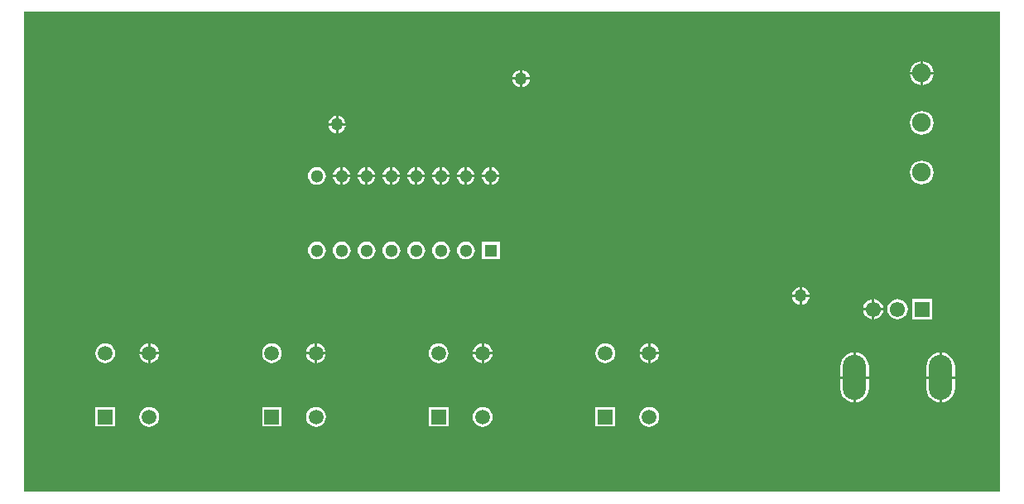
<source format=gbl>
G04*
G04 #@! TF.GenerationSoftware,Altium Limited,Altium Designer,20.1.12 (249)*
G04*
G04 Layer_Physical_Order=2*
G04 Layer_Color=16711680*
%FSLAX25Y25*%
%MOIN*%
G70*
G04*
G04 #@! TF.SameCoordinates,7D01FC5B-E23C-4C92-B969-1582809840FB*
G04*
G04*
G04 #@! TF.FilePolarity,Positive*
G04*
G01*
G75*
%ADD23C,0.06102*%
%ADD24R,0.06102X0.06102*%
G04:AMPARAMS|DCode=25|XSize=94.49mil|YSize=181.1mil|CornerRadius=47.24mil|HoleSize=0mil|Usage=FLASHONLY|Rotation=180.000|XOffset=0mil|YOffset=0mil|HoleType=Round|Shape=RoundedRectangle|*
%AMROUNDEDRECTD25*
21,1,0.09449,0.08661,0,0,180.0*
21,1,0.00000,0.18110,0,0,180.0*
1,1,0.09449,0.00000,0.04331*
1,1,0.09449,0.00000,0.04331*
1,1,0.09449,0.00000,-0.04331*
1,1,0.09449,0.00000,-0.04331*
%
%ADD25ROUNDEDRECTD25*%
%ADD29C,0.05118*%
%ADD30R,0.05118X0.05118*%
%ADD34C,0.07480*%
%ADD35R,0.05906X0.05906*%
%ADD36C,0.05906*%
%ADD37C,0.05000*%
G36*
X495300Y102800D02*
X102400D01*
Y296300D01*
X495300D01*
Y102800D01*
D02*
G37*
%LPC*%
G36*
X464200Y276215D02*
Y272000D01*
X468415D01*
X468318Y272737D01*
X467840Y273890D01*
X467081Y274881D01*
X466090Y275641D01*
X464937Y276118D01*
X464200Y276215D01*
D02*
G37*
G36*
X463200D02*
X462463Y276118D01*
X461309Y275641D01*
X460319Y274881D01*
X459559Y273890D01*
X459082Y272737D01*
X458985Y272000D01*
X463200D01*
Y276215D01*
D02*
G37*
G36*
X302900Y272764D02*
Y269800D01*
X305864D01*
X305810Y270214D01*
X305457Y271065D01*
X304896Y271796D01*
X304165Y272357D01*
X303314Y272710D01*
X302900Y272764D01*
D02*
G37*
G36*
X301900D02*
X301486Y272710D01*
X300635Y272357D01*
X299904Y271796D01*
X299343Y271065D01*
X298990Y270214D01*
X298936Y269800D01*
X301900D01*
Y272764D01*
D02*
G37*
G36*
X468415Y271000D02*
X464200D01*
Y266785D01*
X464937Y266882D01*
X466090Y267359D01*
X467081Y268119D01*
X467840Y269110D01*
X468318Y270263D01*
X468415Y271000D01*
D02*
G37*
G36*
X463200D02*
X458985D01*
X459082Y270263D01*
X459559Y269110D01*
X460319Y268119D01*
X461309Y267359D01*
X462463Y266882D01*
X463200Y266785D01*
Y271000D01*
D02*
G37*
G36*
X305864Y268800D02*
X302900D01*
Y265836D01*
X303314Y265890D01*
X304165Y266243D01*
X304896Y266804D01*
X305457Y267535D01*
X305810Y268386D01*
X305864Y268800D01*
D02*
G37*
G36*
X301900D02*
X298936D01*
X298990Y268386D01*
X299343Y267535D01*
X299904Y266804D01*
X300635Y266243D01*
X301486Y265890D01*
X301900Y265836D01*
Y268800D01*
D02*
G37*
G36*
X228800Y254264D02*
Y251300D01*
X231764D01*
X231710Y251714D01*
X231357Y252565D01*
X230796Y253296D01*
X230065Y253857D01*
X229214Y254210D01*
X228800Y254264D01*
D02*
G37*
G36*
X227800D02*
X227386Y254210D01*
X226535Y253857D01*
X225804Y253296D01*
X225243Y252565D01*
X224890Y251714D01*
X224836Y251300D01*
X227800D01*
Y254264D01*
D02*
G37*
G36*
X231764Y250300D02*
X228800D01*
Y247336D01*
X229214Y247390D01*
X230065Y247743D01*
X230796Y248304D01*
X231357Y249035D01*
X231710Y249886D01*
X231764Y250300D01*
D02*
G37*
G36*
X227800D02*
X224836D01*
X224890Y249886D01*
X225243Y249035D01*
X225804Y248304D01*
X226535Y247743D01*
X227386Y247390D01*
X227800Y247336D01*
Y250300D01*
D02*
G37*
G36*
X463700Y256281D02*
X462463Y256118D01*
X461309Y255641D01*
X460319Y254881D01*
X459559Y253890D01*
X459082Y252737D01*
X458919Y251500D01*
X459082Y250263D01*
X459559Y249110D01*
X460319Y248119D01*
X461309Y247359D01*
X462463Y246882D01*
X463700Y246719D01*
X464937Y246882D01*
X466090Y247359D01*
X467081Y248119D01*
X467840Y249110D01*
X468318Y250263D01*
X468481Y251500D01*
X468318Y252737D01*
X467840Y253890D01*
X467081Y254881D01*
X466090Y255641D01*
X464937Y256118D01*
X463700Y256281D01*
D02*
G37*
G36*
X260700Y233624D02*
Y230600D01*
X263724D01*
X263667Y231029D01*
X263309Y231895D01*
X262738Y232638D01*
X261995Y233209D01*
X261129Y233567D01*
X260700Y233624D01*
D02*
G37*
G36*
X280700D02*
Y230600D01*
X283724D01*
X283667Y231029D01*
X283309Y231895D01*
X282738Y232638D01*
X281995Y233209D01*
X281129Y233567D01*
X280700Y233624D01*
D02*
G37*
G36*
X270700D02*
Y230600D01*
X273724D01*
X273667Y231029D01*
X273309Y231895D01*
X272738Y232638D01*
X271995Y233209D01*
X271129Y233567D01*
X270700Y233624D01*
D02*
G37*
G36*
X250700D02*
Y230600D01*
X253724D01*
X253667Y231029D01*
X253309Y231895D01*
X252738Y232638D01*
X251995Y233209D01*
X251129Y233567D01*
X250700Y233624D01*
D02*
G37*
G36*
X230700D02*
Y230600D01*
X233724D01*
X233667Y231029D01*
X233309Y231895D01*
X232738Y232638D01*
X231995Y233209D01*
X231129Y233567D01*
X230700Y233624D01*
D02*
G37*
G36*
X290700D02*
Y230600D01*
X293724D01*
X293667Y231029D01*
X293309Y231895D01*
X292738Y232638D01*
X291995Y233209D01*
X291129Y233567D01*
X290700Y233624D01*
D02*
G37*
G36*
X240700D02*
Y230600D01*
X243724D01*
X243667Y231029D01*
X243309Y231895D01*
X242738Y232638D01*
X241995Y233209D01*
X241129Y233567D01*
X240700Y233624D01*
D02*
G37*
G36*
X259700D02*
X259271Y233567D01*
X258405Y233209D01*
X257662Y232638D01*
X257091Y231895D01*
X256733Y231029D01*
X256676Y230600D01*
X259700D01*
Y233624D01*
D02*
G37*
G36*
X269700D02*
X269271Y233567D01*
X268405Y233209D01*
X267662Y232638D01*
X267091Y231895D01*
X266733Y231029D01*
X266676Y230600D01*
X269700D01*
Y233624D01*
D02*
G37*
G36*
X249700D02*
X249271Y233567D01*
X248405Y233209D01*
X247662Y232638D01*
X247091Y231895D01*
X246733Y231029D01*
X246676Y230600D01*
X249700D01*
Y233624D01*
D02*
G37*
G36*
X279700D02*
X279271Y233567D01*
X278405Y233209D01*
X277662Y232638D01*
X277091Y231895D01*
X276733Y231029D01*
X276676Y230600D01*
X279700D01*
Y233624D01*
D02*
G37*
G36*
X229700D02*
X229271Y233567D01*
X228405Y233209D01*
X227662Y232638D01*
X227091Y231895D01*
X226733Y231029D01*
X226676Y230600D01*
X229700D01*
Y233624D01*
D02*
G37*
G36*
X289700D02*
X289271Y233567D01*
X288405Y233209D01*
X287662Y232638D01*
X287091Y231895D01*
X286733Y231029D01*
X286676Y230600D01*
X289700D01*
Y233624D01*
D02*
G37*
G36*
X239700D02*
X239271Y233567D01*
X238405Y233209D01*
X237662Y232638D01*
X237091Y231895D01*
X236733Y231029D01*
X236676Y230600D01*
X239700D01*
Y233624D01*
D02*
G37*
G36*
X463700Y236281D02*
X462463Y236118D01*
X461309Y235641D01*
X460319Y234881D01*
X459559Y233891D01*
X459082Y232737D01*
X458919Y231500D01*
X459082Y230263D01*
X459559Y229110D01*
X460319Y228119D01*
X461309Y227360D01*
X462463Y226882D01*
X463700Y226719D01*
X464937Y226882D01*
X466090Y227360D01*
X467081Y228119D01*
X467840Y229110D01*
X468318Y230263D01*
X468481Y231500D01*
X468318Y232737D01*
X467840Y233891D01*
X467081Y234881D01*
X466090Y235641D01*
X464937Y236118D01*
X463700Y236281D01*
D02*
G37*
G36*
X293724Y229600D02*
X290700D01*
Y226576D01*
X291129Y226633D01*
X291995Y226991D01*
X292738Y227562D01*
X293309Y228305D01*
X293667Y229171D01*
X293724Y229600D01*
D02*
G37*
G36*
X283724D02*
X280700D01*
Y226576D01*
X281129Y226633D01*
X281995Y226991D01*
X282738Y227562D01*
X283309Y228305D01*
X283667Y229171D01*
X283724Y229600D01*
D02*
G37*
G36*
X273724D02*
X270700D01*
Y226576D01*
X271129Y226633D01*
X271995Y226991D01*
X272738Y227562D01*
X273309Y228305D01*
X273667Y229171D01*
X273724Y229600D01*
D02*
G37*
G36*
X263724D02*
X260700D01*
Y226576D01*
X261129Y226633D01*
X261995Y226991D01*
X262738Y227562D01*
X263309Y228305D01*
X263667Y229171D01*
X263724Y229600D01*
D02*
G37*
G36*
X253724D02*
X250700D01*
Y226576D01*
X251129Y226633D01*
X251995Y226991D01*
X252738Y227562D01*
X253309Y228305D01*
X253667Y229171D01*
X253724Y229600D01*
D02*
G37*
G36*
X243724D02*
X240700D01*
Y226576D01*
X241129Y226633D01*
X241995Y226991D01*
X242738Y227562D01*
X243309Y228305D01*
X243667Y229171D01*
X243724Y229600D01*
D02*
G37*
G36*
X233724D02*
X230700D01*
Y226576D01*
X231129Y226633D01*
X231995Y226991D01*
X232738Y227562D01*
X233309Y228305D01*
X233667Y229171D01*
X233724Y229600D01*
D02*
G37*
G36*
X289700D02*
X286676D01*
X286733Y229171D01*
X287091Y228305D01*
X287662Y227562D01*
X288405Y226991D01*
X289271Y226633D01*
X289700Y226576D01*
Y229600D01*
D02*
G37*
G36*
X279700D02*
X276676D01*
X276733Y229171D01*
X277091Y228305D01*
X277662Y227562D01*
X278405Y226991D01*
X279271Y226633D01*
X279700Y226576D01*
Y229600D01*
D02*
G37*
G36*
X269700D02*
X266676D01*
X266733Y229171D01*
X267091Y228305D01*
X267662Y227562D01*
X268405Y226991D01*
X269271Y226633D01*
X269700Y226576D01*
Y229600D01*
D02*
G37*
G36*
X259700D02*
X256676D01*
X256733Y229171D01*
X257091Y228305D01*
X257662Y227562D01*
X258405Y226991D01*
X259271Y226633D01*
X259700Y226576D01*
Y229600D01*
D02*
G37*
G36*
X249700D02*
X246676D01*
X246733Y229171D01*
X247091Y228305D01*
X247662Y227562D01*
X248405Y226991D01*
X249271Y226633D01*
X249700Y226576D01*
Y229600D01*
D02*
G37*
G36*
X239700D02*
X236676D01*
X236733Y229171D01*
X237091Y228305D01*
X237662Y227562D01*
X238405Y226991D01*
X239271Y226633D01*
X239700Y226576D01*
Y229600D01*
D02*
G37*
G36*
X229700D02*
X226676D01*
X226733Y229171D01*
X227091Y228305D01*
X227662Y227562D01*
X228405Y226991D01*
X229271Y226633D01*
X229700Y226576D01*
Y229600D01*
D02*
G37*
G36*
X220200Y233690D02*
X219271Y233567D01*
X218405Y233209D01*
X217662Y232638D01*
X217091Y231895D01*
X216733Y231029D01*
X216610Y230100D01*
X216733Y229171D01*
X217091Y228305D01*
X217662Y227562D01*
X218405Y226991D01*
X219271Y226633D01*
X220200Y226510D01*
X221129Y226633D01*
X221995Y226991D01*
X222738Y227562D01*
X223309Y228305D01*
X223667Y229171D01*
X223790Y230100D01*
X223667Y231029D01*
X223309Y231895D01*
X222738Y232638D01*
X221995Y233209D01*
X221129Y233567D01*
X220200Y233690D01*
D02*
G37*
G36*
X293759Y203659D02*
X286641D01*
Y196541D01*
X293759D01*
Y203659D01*
D02*
G37*
G36*
X280200Y203690D02*
X279271Y203567D01*
X278405Y203209D01*
X277662Y202638D01*
X277091Y201895D01*
X276733Y201029D01*
X276610Y200100D01*
X276733Y199171D01*
X277091Y198305D01*
X277662Y197562D01*
X278405Y196991D01*
X279271Y196633D01*
X280200Y196510D01*
X281129Y196633D01*
X281995Y196991D01*
X282738Y197562D01*
X283309Y198305D01*
X283667Y199171D01*
X283790Y200100D01*
X283667Y201029D01*
X283309Y201895D01*
X282738Y202638D01*
X281995Y203209D01*
X281129Y203567D01*
X280200Y203690D01*
D02*
G37*
G36*
X270200D02*
X269271Y203567D01*
X268405Y203209D01*
X267662Y202638D01*
X267091Y201895D01*
X266733Y201029D01*
X266610Y200100D01*
X266733Y199171D01*
X267091Y198305D01*
X267662Y197562D01*
X268405Y196991D01*
X269271Y196633D01*
X270200Y196510D01*
X271129Y196633D01*
X271995Y196991D01*
X272738Y197562D01*
X273309Y198305D01*
X273667Y199171D01*
X273790Y200100D01*
X273667Y201029D01*
X273309Y201895D01*
X272738Y202638D01*
X271995Y203209D01*
X271129Y203567D01*
X270200Y203690D01*
D02*
G37*
G36*
X260200D02*
X259271Y203567D01*
X258405Y203209D01*
X257662Y202638D01*
X257091Y201895D01*
X256733Y201029D01*
X256610Y200100D01*
X256733Y199171D01*
X257091Y198305D01*
X257662Y197562D01*
X258405Y196991D01*
X259271Y196633D01*
X260200Y196510D01*
X261129Y196633D01*
X261995Y196991D01*
X262738Y197562D01*
X263309Y198305D01*
X263667Y199171D01*
X263790Y200100D01*
X263667Y201029D01*
X263309Y201895D01*
X262738Y202638D01*
X261995Y203209D01*
X261129Y203567D01*
X260200Y203690D01*
D02*
G37*
G36*
X250200D02*
X249271Y203567D01*
X248405Y203209D01*
X247662Y202638D01*
X247091Y201895D01*
X246733Y201029D01*
X246610Y200100D01*
X246733Y199171D01*
X247091Y198305D01*
X247662Y197562D01*
X248405Y196991D01*
X249271Y196633D01*
X250200Y196510D01*
X251129Y196633D01*
X251995Y196991D01*
X252738Y197562D01*
X253309Y198305D01*
X253667Y199171D01*
X253790Y200100D01*
X253667Y201029D01*
X253309Y201895D01*
X252738Y202638D01*
X251995Y203209D01*
X251129Y203567D01*
X250200Y203690D01*
D02*
G37*
G36*
X240200D02*
X239271Y203567D01*
X238405Y203209D01*
X237662Y202638D01*
X237091Y201895D01*
X236733Y201029D01*
X236610Y200100D01*
X236733Y199171D01*
X237091Y198305D01*
X237662Y197562D01*
X238405Y196991D01*
X239271Y196633D01*
X240200Y196510D01*
X241129Y196633D01*
X241995Y196991D01*
X242738Y197562D01*
X243309Y198305D01*
X243667Y199171D01*
X243790Y200100D01*
X243667Y201029D01*
X243309Y201895D01*
X242738Y202638D01*
X241995Y203209D01*
X241129Y203567D01*
X240200Y203690D01*
D02*
G37*
G36*
X230200D02*
X229271Y203567D01*
X228405Y203209D01*
X227662Y202638D01*
X227091Y201895D01*
X226733Y201029D01*
X226610Y200100D01*
X226733Y199171D01*
X227091Y198305D01*
X227662Y197562D01*
X228405Y196991D01*
X229271Y196633D01*
X230200Y196510D01*
X231129Y196633D01*
X231995Y196991D01*
X232738Y197562D01*
X233309Y198305D01*
X233667Y199171D01*
X233790Y200100D01*
X233667Y201029D01*
X233309Y201895D01*
X232738Y202638D01*
X231995Y203209D01*
X231129Y203567D01*
X230200Y203690D01*
D02*
G37*
G36*
X220200D02*
X219271Y203567D01*
X218405Y203209D01*
X217662Y202638D01*
X217091Y201895D01*
X216733Y201029D01*
X216610Y200100D01*
X216733Y199171D01*
X217091Y198305D01*
X217662Y197562D01*
X218405Y196991D01*
X219271Y196633D01*
X220200Y196510D01*
X221129Y196633D01*
X221995Y196991D01*
X222738Y197562D01*
X223309Y198305D01*
X223667Y199171D01*
X223790Y200100D01*
X223667Y201029D01*
X223309Y201895D01*
X222738Y202638D01*
X221995Y203209D01*
X221129Y203567D01*
X220200Y203690D01*
D02*
G37*
G36*
X415500Y185308D02*
Y182344D01*
X418464D01*
X418410Y182758D01*
X418057Y183609D01*
X417496Y184340D01*
X416765Y184901D01*
X415914Y185254D01*
X415500Y185308D01*
D02*
G37*
G36*
X414500D02*
X414086Y185254D01*
X413235Y184901D01*
X412504Y184340D01*
X411943Y183609D01*
X411590Y182758D01*
X411536Y182344D01*
X414500D01*
Y185308D01*
D02*
G37*
G36*
X418464Y181344D02*
X415500D01*
Y178380D01*
X415914Y178434D01*
X416765Y178787D01*
X417496Y179348D01*
X418057Y180079D01*
X418410Y180930D01*
X418464Y181344D01*
D02*
G37*
G36*
X414500D02*
X411536D01*
X411590Y180930D01*
X411943Y180079D01*
X412504Y179348D01*
X413235Y178787D01*
X414086Y178434D01*
X414500Y178380D01*
Y181344D01*
D02*
G37*
G36*
X444657Y180479D02*
Y176959D01*
X448178D01*
X448104Y177517D01*
X447696Y178502D01*
X447047Y179348D01*
X446201Y179998D01*
X445215Y180406D01*
X444657Y180479D01*
D02*
G37*
G36*
X443657D02*
X443100Y180406D01*
X442114Y179998D01*
X441268Y179348D01*
X440619Y178502D01*
X440210Y177517D01*
X440137Y176959D01*
X443657D01*
Y180479D01*
D02*
G37*
G36*
X448178Y175959D02*
X444657D01*
Y172439D01*
X445215Y172512D01*
X446201Y172920D01*
X447047Y173570D01*
X447696Y174416D01*
X448104Y175401D01*
X448178Y175959D01*
D02*
G37*
G36*
X443657D02*
X440137D01*
X440210Y175401D01*
X440619Y174416D01*
X441268Y173570D01*
X442114Y172920D01*
X443100Y172512D01*
X443657Y172439D01*
Y175959D01*
D02*
G37*
G36*
X467894Y180510D02*
X459791D01*
Y172408D01*
X467894D01*
Y180510D01*
D02*
G37*
G36*
X454000Y180545D02*
X452942Y180406D01*
X451957Y179998D01*
X451111Y179348D01*
X450461Y178502D01*
X450053Y177517D01*
X449914Y176459D01*
X450053Y175401D01*
X450461Y174416D01*
X451111Y173570D01*
X451957Y172920D01*
X452942Y172512D01*
X454000Y172373D01*
X455058Y172512D01*
X456043Y172920D01*
X456889Y173570D01*
X457539Y174416D01*
X457947Y175401D01*
X458086Y176459D01*
X457947Y177517D01*
X457539Y178502D01*
X456889Y179348D01*
X456043Y179998D01*
X455058Y180406D01*
X454000Y180545D01*
D02*
G37*
G36*
X354558Y162616D02*
Y159195D01*
X357979D01*
X357909Y159727D01*
X357511Y160689D01*
X356877Y161514D01*
X356052Y162148D01*
X355090Y162546D01*
X354558Y162616D01*
D02*
G37*
G36*
X287425D02*
Y159195D01*
X290846D01*
X290776Y159727D01*
X290378Y160689D01*
X289744Y161514D01*
X288918Y162148D01*
X287957Y162546D01*
X287425Y162616D01*
D02*
G37*
G36*
X220292D02*
Y159195D01*
X223713D01*
X223643Y159727D01*
X223244Y160689D01*
X222611Y161514D01*
X221785Y162148D01*
X220824Y162546D01*
X220292Y162616D01*
D02*
G37*
G36*
X153158D02*
Y159195D01*
X156579D01*
X156509Y159727D01*
X156111Y160689D01*
X155477Y161514D01*
X154652Y162148D01*
X153690Y162546D01*
X153158Y162616D01*
D02*
G37*
G36*
X353558D02*
X353026Y162546D01*
X352065Y162148D01*
X351239Y161514D01*
X350606Y160689D01*
X350207Y159727D01*
X350137Y159195D01*
X353558D01*
Y162616D01*
D02*
G37*
G36*
X286425D02*
X285893Y162546D01*
X284932Y162148D01*
X284106Y161514D01*
X283472Y160689D01*
X283074Y159727D01*
X283004Y159195D01*
X286425D01*
Y162616D01*
D02*
G37*
G36*
X219292D02*
X218760Y162546D01*
X217798Y162148D01*
X216972Y161514D01*
X216339Y160689D01*
X215941Y159727D01*
X215871Y159195D01*
X219292D01*
Y162616D01*
D02*
G37*
G36*
X152158D02*
X151626Y162546D01*
X150665Y162148D01*
X149839Y161514D01*
X149206Y160689D01*
X148807Y159727D01*
X148737Y159195D01*
X152158D01*
Y162616D01*
D02*
G37*
G36*
X156579Y158195D02*
X153158D01*
Y154774D01*
X153690Y154844D01*
X154652Y155243D01*
X155477Y155876D01*
X156111Y156702D01*
X156509Y157663D01*
X156579Y158195D01*
D02*
G37*
G36*
X357979D02*
X354558D01*
Y154774D01*
X355090Y154844D01*
X356052Y155243D01*
X356877Y155876D01*
X357511Y156702D01*
X357909Y157663D01*
X357979Y158195D01*
D02*
G37*
G36*
X290846D02*
X287425D01*
Y154774D01*
X287957Y154844D01*
X288918Y155243D01*
X289744Y155876D01*
X290378Y156702D01*
X290776Y157663D01*
X290846Y158195D01*
D02*
G37*
G36*
X223713D02*
X220292D01*
Y154774D01*
X220824Y154844D01*
X221785Y155243D01*
X222611Y155876D01*
X223244Y156702D01*
X223643Y157663D01*
X223713Y158195D01*
D02*
G37*
G36*
X286425D02*
X283004D01*
X283074Y157663D01*
X283472Y156702D01*
X284106Y155876D01*
X284932Y155243D01*
X285893Y154844D01*
X286425Y154774D01*
Y158195D01*
D02*
G37*
G36*
X219292D02*
X215871D01*
X215941Y157663D01*
X216339Y156702D01*
X216972Y155876D01*
X217798Y155243D01*
X218760Y154844D01*
X219292Y154774D01*
Y158195D01*
D02*
G37*
G36*
X152158D02*
X148737D01*
X148807Y157663D01*
X149206Y156702D01*
X149839Y155876D01*
X150665Y155243D01*
X151626Y154844D01*
X152158Y154774D01*
Y158195D01*
D02*
G37*
G36*
X353558D02*
X350137D01*
X350207Y157663D01*
X350606Y156702D01*
X351239Y155876D01*
X352065Y155243D01*
X353026Y154844D01*
X353558Y154774D01*
Y158195D01*
D02*
G37*
G36*
X336342Y162682D02*
X335310Y162546D01*
X334348Y162148D01*
X333523Y161514D01*
X332889Y160689D01*
X332491Y159727D01*
X332355Y158695D01*
X332491Y157663D01*
X332889Y156702D01*
X333523Y155876D01*
X334348Y155243D01*
X335310Y154844D01*
X336342Y154708D01*
X337374Y154844D01*
X338335Y155243D01*
X339161Y155876D01*
X339794Y156702D01*
X340193Y157663D01*
X340329Y158695D01*
X340193Y159727D01*
X339794Y160689D01*
X339161Y161514D01*
X338335Y162148D01*
X337374Y162546D01*
X336342Y162682D01*
D02*
G37*
G36*
X269208D02*
X268177Y162546D01*
X267215Y162148D01*
X266389Y161514D01*
X265756Y160689D01*
X265357Y159727D01*
X265222Y158695D01*
X265357Y157663D01*
X265756Y156702D01*
X266389Y155876D01*
X267215Y155243D01*
X268177Y154844D01*
X269208Y154708D01*
X270240Y154844D01*
X271202Y155243D01*
X272027Y155876D01*
X272661Y156702D01*
X273059Y157663D01*
X273195Y158695D01*
X273059Y159727D01*
X272661Y160689D01*
X272027Y161514D01*
X271202Y162148D01*
X270240Y162546D01*
X269208Y162682D01*
D02*
G37*
G36*
X202075D02*
X201043Y162546D01*
X200082Y162148D01*
X199256Y161514D01*
X198622Y160689D01*
X198224Y159727D01*
X198088Y158695D01*
X198224Y157663D01*
X198622Y156702D01*
X199256Y155876D01*
X200082Y155243D01*
X201043Y154844D01*
X202075Y154708D01*
X203107Y154844D01*
X204068Y155243D01*
X204894Y155876D01*
X205528Y156702D01*
X205926Y157663D01*
X206062Y158695D01*
X205926Y159727D01*
X205528Y160689D01*
X204894Y161514D01*
X204068Y162148D01*
X203107Y162546D01*
X202075Y162682D01*
D02*
G37*
G36*
X134942D02*
X133910Y162546D01*
X132948Y162148D01*
X132123Y161514D01*
X131489Y160689D01*
X131091Y159727D01*
X130955Y158695D01*
X131091Y157663D01*
X131489Y156702D01*
X132123Y155876D01*
X132948Y155243D01*
X133910Y154844D01*
X134942Y154708D01*
X135974Y154844D01*
X136935Y155243D01*
X137761Y155876D01*
X138394Y156702D01*
X138793Y157663D01*
X138929Y158695D01*
X138793Y159727D01*
X138394Y160689D01*
X137761Y161514D01*
X136935Y162148D01*
X135974Y162546D01*
X134942Y162682D01*
D02*
G37*
G36*
X471823Y158939D02*
Y149400D01*
X477097D01*
Y153231D01*
X476900Y154725D01*
X476323Y156118D01*
X475406Y157313D01*
X474210Y158231D01*
X472817Y158808D01*
X471823Y158939D01*
D02*
G37*
G36*
X437177D02*
Y149400D01*
X442451D01*
Y153231D01*
X442254Y154725D01*
X441678Y156118D01*
X440760Y157313D01*
X439564Y158231D01*
X438172Y158808D01*
X437177Y158939D01*
D02*
G37*
G36*
X470823D02*
X469828Y158808D01*
X468436Y158231D01*
X467240Y157313D01*
X466323Y156118D01*
X465746Y154725D01*
X465549Y153231D01*
Y149400D01*
X470823D01*
Y158939D01*
D02*
G37*
G36*
X436177D02*
X435183Y158808D01*
X433790Y158231D01*
X432594Y157313D01*
X431677Y156118D01*
X431100Y154725D01*
X430903Y153231D01*
Y149400D01*
X436177D01*
Y158939D01*
D02*
G37*
G36*
X477097Y148400D02*
X471823D01*
Y138861D01*
X472817Y138992D01*
X474210Y139569D01*
X475406Y140487D01*
X476323Y141682D01*
X476900Y143075D01*
X477097Y144569D01*
Y148400D01*
D02*
G37*
G36*
X442451D02*
X437177D01*
Y138861D01*
X438172Y138992D01*
X439564Y139569D01*
X440760Y140487D01*
X441678Y141682D01*
X442254Y143075D01*
X442451Y144569D01*
Y148400D01*
D02*
G37*
G36*
X470823D02*
X465549D01*
Y144569D01*
X465746Y143075D01*
X466323Y141682D01*
X467240Y140487D01*
X468436Y139569D01*
X469828Y138992D01*
X470823Y138861D01*
Y148400D01*
D02*
G37*
G36*
X436177D02*
X430903D01*
Y144569D01*
X431100Y143075D01*
X431677Y141682D01*
X432594Y140487D01*
X433790Y139569D01*
X435183Y138992D01*
X436177Y138861D01*
Y148400D01*
D02*
G37*
G36*
X340295Y137057D02*
X332389D01*
Y129152D01*
X340295D01*
Y137057D01*
D02*
G37*
G36*
X273161D02*
X265256D01*
Y129152D01*
X273161D01*
Y137057D01*
D02*
G37*
G36*
X206028D02*
X198122D01*
Y129152D01*
X206028D01*
Y137057D01*
D02*
G37*
G36*
X138895D02*
X130989D01*
Y129152D01*
X138895D01*
Y137057D01*
D02*
G37*
G36*
X354058Y137092D02*
X353026Y136956D01*
X352065Y136557D01*
X351239Y135924D01*
X350606Y135098D01*
X350207Y134137D01*
X350071Y133105D01*
X350207Y132073D01*
X350606Y131111D01*
X351239Y130286D01*
X352065Y129652D01*
X353026Y129254D01*
X354058Y129118D01*
X355090Y129254D01*
X356052Y129652D01*
X356877Y130286D01*
X357511Y131111D01*
X357909Y132073D01*
X358045Y133105D01*
X357909Y134137D01*
X357511Y135098D01*
X356877Y135924D01*
X356052Y136557D01*
X355090Y136956D01*
X354058Y137092D01*
D02*
G37*
G36*
X286925D02*
X285893Y136956D01*
X284932Y136557D01*
X284106Y135924D01*
X283472Y135098D01*
X283074Y134137D01*
X282938Y133105D01*
X283074Y132073D01*
X283472Y131111D01*
X284106Y130286D01*
X284932Y129652D01*
X285893Y129254D01*
X286925Y129118D01*
X287957Y129254D01*
X288918Y129652D01*
X289744Y130286D01*
X290378Y131111D01*
X290776Y132073D01*
X290912Y133105D01*
X290776Y134137D01*
X290378Y135098D01*
X289744Y135924D01*
X288918Y136557D01*
X287957Y136956D01*
X286925Y137092D01*
D02*
G37*
G36*
X219792D02*
X218760Y136956D01*
X217798Y136557D01*
X216972Y135924D01*
X216339Y135098D01*
X215941Y134137D01*
X215805Y133105D01*
X215941Y132073D01*
X216339Y131111D01*
X216972Y130286D01*
X217798Y129652D01*
X218760Y129254D01*
X219792Y129118D01*
X220824Y129254D01*
X221785Y129652D01*
X222611Y130286D01*
X223244Y131111D01*
X223643Y132073D01*
X223779Y133105D01*
X223643Y134137D01*
X223244Y135098D01*
X222611Y135924D01*
X221785Y136557D01*
X220824Y136956D01*
X219792Y137092D01*
D02*
G37*
G36*
X152658D02*
X151626Y136956D01*
X150665Y136557D01*
X149839Y135924D01*
X149206Y135098D01*
X148807Y134137D01*
X148671Y133105D01*
X148807Y132073D01*
X149206Y131111D01*
X149839Y130286D01*
X150665Y129652D01*
X151626Y129254D01*
X152658Y129118D01*
X153690Y129254D01*
X154652Y129652D01*
X155477Y130286D01*
X156111Y131111D01*
X156509Y132073D01*
X156645Y133105D01*
X156509Y134137D01*
X156111Y135098D01*
X155477Y135924D01*
X154652Y136557D01*
X153690Y136956D01*
X152658Y137092D01*
D02*
G37*
%LPD*%
D23*
X444157Y176459D02*
D03*
X454000D02*
D03*
D24*
X463843D02*
D03*
D25*
X436677Y148900D02*
D03*
X471323D02*
D03*
D29*
X290200Y230100D02*
D03*
X280200D02*
D03*
X270200D02*
D03*
X260200D02*
D03*
X250200D02*
D03*
X240200D02*
D03*
X230200D02*
D03*
X220200D02*
D03*
Y200100D02*
D03*
X230200D02*
D03*
X240200D02*
D03*
X250200D02*
D03*
X260200D02*
D03*
X270200D02*
D03*
X280200D02*
D03*
D30*
X290200D02*
D03*
D34*
X463700Y271500D02*
D03*
Y251500D02*
D03*
Y231500D02*
D03*
D35*
X134942Y133105D02*
D03*
X202075D02*
D03*
X269208D02*
D03*
X336342D02*
D03*
D36*
X152658D02*
D03*
Y158695D02*
D03*
X134942D02*
D03*
X219792Y133105D02*
D03*
Y158695D02*
D03*
X202075D02*
D03*
X286925Y133105D02*
D03*
Y158695D02*
D03*
X269208D02*
D03*
X354058Y133105D02*
D03*
Y158695D02*
D03*
X336342D02*
D03*
D37*
X228300Y250800D02*
D03*
X415000Y181844D02*
D03*
X302400Y269300D02*
D03*
M02*

</source>
